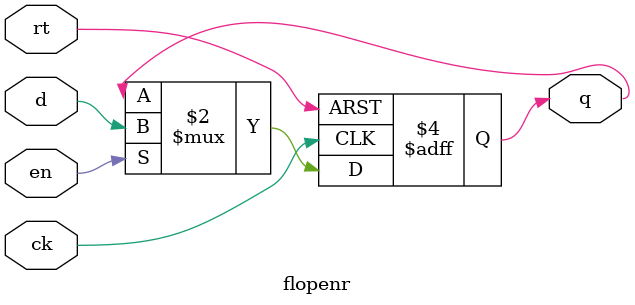
<source format=sv>
module flopenr(input logic d, en, ck, rt, output logic q);

always_ff @(posedge ck, posedge rt)
	if (rt) q <= 0;
	else if (en) q <= d;
endmodule
</source>
